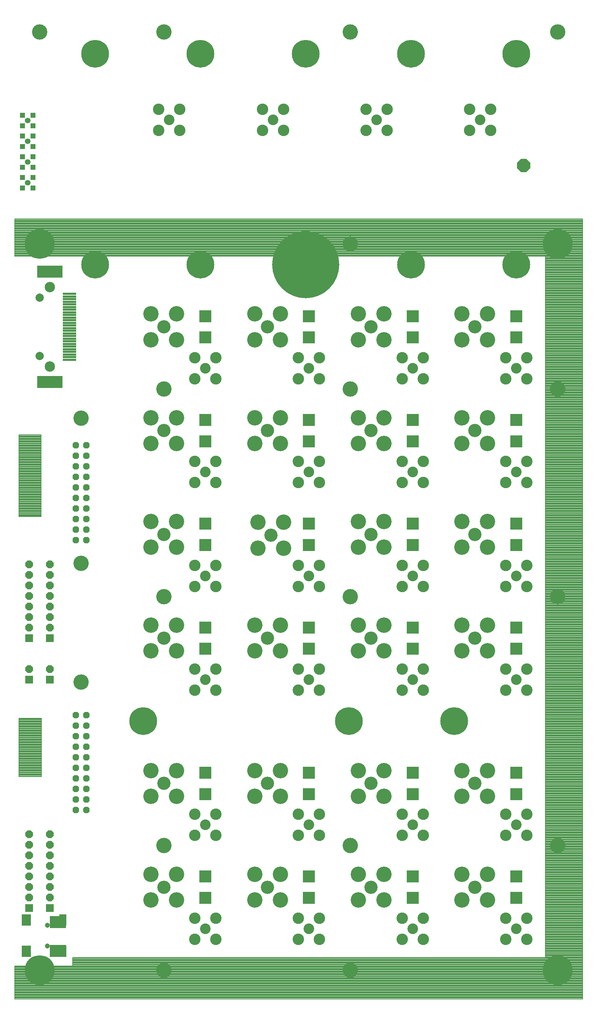
<source format=gbs>
G75*
%MOIN*%
%OFA0B0*%
%FSLAX25Y25*%
%IPPOS*%
%LPD*%
%AMOC8*
5,1,8,0,0,1.08239X$1,22.5*
%
%ADD10C,0.14580*%
%ADD11C,0.00787*%
%ADD12C,0.26391*%
%ADD13R,0.15748X0.11811*%
%ADD14C,0.07887*%
%ADD15C,0.09855*%
%ADD16R,0.24422X0.11824*%
%ADD17R,0.12611X0.02119*%
%ADD18C,0.12611*%
%ADD19C,0.14643*%
%ADD20C,0.10100*%
%ADD21C,0.10850*%
%ADD22OC8,0.07296*%
%ADD23R,0.07296X0.07296*%
%ADD24OC8,0.06200*%
%ADD25R,0.11627X0.11469*%
%ADD26R,0.08674X0.10643*%
%ADD27R,0.06706X0.10643*%
%ADD28C,0.04737*%
%ADD29C,0.05328*%
%ADD30R,0.04737X0.04737*%
%ADD31OC8,0.12611*%
%ADD32C,0.28359*%
%ADD33C,0.63792*%
D10*
X0166854Y0040870D03*
X0166854Y0158980D03*
X0088114Y0314197D03*
X0088114Y0426697D03*
X0166854Y0395201D03*
X0088114Y0564492D03*
X0166854Y0592051D03*
X0344020Y0592051D03*
X0344020Y0729846D03*
X0344020Y0930634D03*
X0166854Y0930634D03*
X0048744Y0930634D03*
X0344020Y0395201D03*
X0344020Y0158980D03*
X0344020Y0040870D03*
X0540870Y0158980D03*
X0540870Y0395201D03*
X0540870Y0592051D03*
X0540870Y0930634D03*
D11*
X0025122Y0044807D02*
X0025122Y0013311D01*
X0564492Y0013311D01*
X0564492Y0753469D01*
X0025122Y0753469D01*
X0025122Y0718035D01*
X0529059Y0718035D01*
X0529059Y0052681D01*
X0080240Y0052681D01*
X0080240Y0044807D01*
X0025122Y0044807D01*
X0025122Y0044161D02*
X0564492Y0044161D01*
X0564492Y0043375D02*
X0025122Y0043375D01*
X0025122Y0042590D02*
X0564492Y0042590D01*
X0564492Y0041804D02*
X0025122Y0041804D01*
X0025122Y0041018D02*
X0564492Y0041018D01*
X0564492Y0040232D02*
X0025122Y0040232D01*
X0025122Y0039446D02*
X0564492Y0039446D01*
X0564492Y0038660D02*
X0025122Y0038660D01*
X0025122Y0037874D02*
X0564492Y0037874D01*
X0564492Y0037088D02*
X0025122Y0037088D01*
X0025122Y0036302D02*
X0564492Y0036302D01*
X0564492Y0035516D02*
X0025122Y0035516D01*
X0025122Y0034730D02*
X0564492Y0034730D01*
X0564492Y0033944D02*
X0025122Y0033944D01*
X0025122Y0033159D02*
X0564492Y0033159D01*
X0564492Y0032373D02*
X0025122Y0032373D01*
X0025122Y0031587D02*
X0564492Y0031587D01*
X0564492Y0030801D02*
X0025122Y0030801D01*
X0025122Y0030015D02*
X0564492Y0030015D01*
X0564492Y0029229D02*
X0025122Y0029229D01*
X0025122Y0028443D02*
X0564492Y0028443D01*
X0564492Y0027657D02*
X0025122Y0027657D01*
X0025122Y0026871D02*
X0564492Y0026871D01*
X0564492Y0026085D02*
X0025122Y0026085D01*
X0025122Y0025299D02*
X0564492Y0025299D01*
X0564492Y0024514D02*
X0025122Y0024514D01*
X0025122Y0023728D02*
X0564492Y0023728D01*
X0564492Y0022942D02*
X0025122Y0022942D01*
X0025122Y0022156D02*
X0564492Y0022156D01*
X0564492Y0021370D02*
X0025122Y0021370D01*
X0025122Y0020584D02*
X0564492Y0020584D01*
X0564492Y0019798D02*
X0025122Y0019798D01*
X0025122Y0019012D02*
X0564492Y0019012D01*
X0564492Y0018226D02*
X0025122Y0018226D01*
X0025122Y0017440D02*
X0564492Y0017440D01*
X0564492Y0016654D02*
X0025122Y0016654D01*
X0025122Y0015868D02*
X0564492Y0015868D01*
X0564492Y0015083D02*
X0025122Y0015083D01*
X0025122Y0014297D02*
X0564492Y0014297D01*
X0564492Y0013511D02*
X0025122Y0013511D01*
X0080240Y0044947D02*
X0564492Y0044947D01*
X0564492Y0045733D02*
X0080240Y0045733D01*
X0080240Y0046519D02*
X0564492Y0046519D01*
X0564492Y0047305D02*
X0080240Y0047305D01*
X0080240Y0048091D02*
X0564492Y0048091D01*
X0564492Y0048877D02*
X0080240Y0048877D01*
X0080240Y0049663D02*
X0564492Y0049663D01*
X0564492Y0050449D02*
X0080240Y0050449D01*
X0080240Y0051235D02*
X0564492Y0051235D01*
X0564492Y0052020D02*
X0080240Y0052020D01*
X0050713Y0224335D02*
X0029059Y0224335D01*
X0029059Y0279846D01*
X0050713Y0279846D01*
X0050713Y0224335D01*
X0050713Y0224921D02*
X0029059Y0224921D01*
X0029059Y0225707D02*
X0050713Y0225707D01*
X0050713Y0226493D02*
X0029059Y0226493D01*
X0029059Y0227279D02*
X0050713Y0227279D01*
X0050713Y0228065D02*
X0029059Y0228065D01*
X0029059Y0228851D02*
X0050713Y0228851D01*
X0050713Y0229637D02*
X0029059Y0229637D01*
X0029059Y0230423D02*
X0050713Y0230423D01*
X0050713Y0231209D02*
X0029059Y0231209D01*
X0029059Y0231995D02*
X0050713Y0231995D01*
X0050713Y0232780D02*
X0029059Y0232780D01*
X0029059Y0233566D02*
X0050713Y0233566D01*
X0050713Y0234352D02*
X0029059Y0234352D01*
X0029059Y0235138D02*
X0050713Y0235138D01*
X0050713Y0235924D02*
X0029059Y0235924D01*
X0029059Y0236710D02*
X0050713Y0236710D01*
X0050713Y0237496D02*
X0029059Y0237496D01*
X0029059Y0238282D02*
X0050713Y0238282D01*
X0050713Y0239068D02*
X0029059Y0239068D01*
X0029059Y0239854D02*
X0050713Y0239854D01*
X0050713Y0240640D02*
X0029059Y0240640D01*
X0029059Y0241425D02*
X0050713Y0241425D01*
X0050713Y0242211D02*
X0029059Y0242211D01*
X0029059Y0242997D02*
X0050713Y0242997D01*
X0050713Y0243783D02*
X0029059Y0243783D01*
X0029059Y0244569D02*
X0050713Y0244569D01*
X0050713Y0245355D02*
X0029059Y0245355D01*
X0029059Y0246141D02*
X0050713Y0246141D01*
X0050713Y0246927D02*
X0029059Y0246927D01*
X0029059Y0247713D02*
X0050713Y0247713D01*
X0050713Y0248499D02*
X0029059Y0248499D01*
X0029059Y0249285D02*
X0050713Y0249285D01*
X0050713Y0250071D02*
X0029059Y0250071D01*
X0029059Y0250856D02*
X0050713Y0250856D01*
X0050713Y0251642D02*
X0029059Y0251642D01*
X0029059Y0252428D02*
X0050713Y0252428D01*
X0050713Y0253214D02*
X0029059Y0253214D01*
X0029059Y0254000D02*
X0050713Y0254000D01*
X0050713Y0254786D02*
X0029059Y0254786D01*
X0029059Y0255572D02*
X0050713Y0255572D01*
X0050713Y0256358D02*
X0029059Y0256358D01*
X0029059Y0257144D02*
X0050713Y0257144D01*
X0050713Y0257930D02*
X0029059Y0257930D01*
X0029059Y0258716D02*
X0050713Y0258716D01*
X0050713Y0259501D02*
X0029059Y0259501D01*
X0029059Y0260287D02*
X0050713Y0260287D01*
X0050713Y0261073D02*
X0029059Y0261073D01*
X0029059Y0261859D02*
X0050713Y0261859D01*
X0050713Y0262645D02*
X0029059Y0262645D01*
X0029059Y0263431D02*
X0050713Y0263431D01*
X0050713Y0264217D02*
X0029059Y0264217D01*
X0029059Y0265003D02*
X0050713Y0265003D01*
X0050713Y0265789D02*
X0029059Y0265789D01*
X0029059Y0266575D02*
X0050713Y0266575D01*
X0050713Y0267361D02*
X0029059Y0267361D01*
X0029059Y0268147D02*
X0050713Y0268147D01*
X0050713Y0268932D02*
X0029059Y0268932D01*
X0029059Y0269718D02*
X0050713Y0269718D01*
X0050713Y0270504D02*
X0029059Y0270504D01*
X0029059Y0271290D02*
X0050713Y0271290D01*
X0050713Y0272076D02*
X0029059Y0272076D01*
X0029059Y0272862D02*
X0050713Y0272862D01*
X0050713Y0273648D02*
X0029059Y0273648D01*
X0029059Y0274434D02*
X0050713Y0274434D01*
X0050713Y0275220D02*
X0029059Y0275220D01*
X0029059Y0276006D02*
X0050713Y0276006D01*
X0050713Y0276792D02*
X0029059Y0276792D01*
X0029059Y0277577D02*
X0050713Y0277577D01*
X0050713Y0278363D02*
X0029059Y0278363D01*
X0029059Y0279149D02*
X0050713Y0279149D01*
X0050319Y0471185D02*
X0029059Y0471185D01*
X0029059Y0548744D01*
X0050319Y0548744D01*
X0050319Y0471185D01*
X0050319Y0471698D02*
X0029059Y0471698D01*
X0029059Y0472484D02*
X0050319Y0472484D01*
X0050319Y0473270D02*
X0029059Y0473270D01*
X0029059Y0474056D02*
X0050319Y0474056D01*
X0050319Y0474842D02*
X0029059Y0474842D01*
X0029059Y0475628D02*
X0050319Y0475628D01*
X0050319Y0476413D02*
X0029059Y0476413D01*
X0029059Y0477199D02*
X0050319Y0477199D01*
X0050319Y0477985D02*
X0029059Y0477985D01*
X0029059Y0478771D02*
X0050319Y0478771D01*
X0050319Y0479557D02*
X0029059Y0479557D01*
X0029059Y0480343D02*
X0050319Y0480343D01*
X0050319Y0481129D02*
X0029059Y0481129D01*
X0029059Y0481915D02*
X0050319Y0481915D01*
X0050319Y0482701D02*
X0029059Y0482701D01*
X0029059Y0483487D02*
X0050319Y0483487D01*
X0050319Y0484273D02*
X0029059Y0484273D01*
X0029059Y0485058D02*
X0050319Y0485058D01*
X0050319Y0485844D02*
X0029059Y0485844D01*
X0029059Y0486630D02*
X0050319Y0486630D01*
X0050319Y0487416D02*
X0029059Y0487416D01*
X0029059Y0488202D02*
X0050319Y0488202D01*
X0050319Y0488988D02*
X0029059Y0488988D01*
X0029059Y0489774D02*
X0050319Y0489774D01*
X0050319Y0490560D02*
X0029059Y0490560D01*
X0029059Y0491346D02*
X0050319Y0491346D01*
X0050319Y0492132D02*
X0029059Y0492132D01*
X0029059Y0492918D02*
X0050319Y0492918D01*
X0050319Y0493704D02*
X0029059Y0493704D01*
X0029059Y0494489D02*
X0050319Y0494489D01*
X0050319Y0495275D02*
X0029059Y0495275D01*
X0029059Y0496061D02*
X0050319Y0496061D01*
X0050319Y0496847D02*
X0029059Y0496847D01*
X0029059Y0497633D02*
X0050319Y0497633D01*
X0050319Y0498419D02*
X0029059Y0498419D01*
X0029059Y0499205D02*
X0050319Y0499205D01*
X0050319Y0499991D02*
X0029059Y0499991D01*
X0029059Y0500777D02*
X0050319Y0500777D01*
X0050319Y0501563D02*
X0029059Y0501563D01*
X0029059Y0502349D02*
X0050319Y0502349D01*
X0050319Y0503134D02*
X0029059Y0503134D01*
X0029059Y0503920D02*
X0050319Y0503920D01*
X0050319Y0504706D02*
X0029059Y0504706D01*
X0029059Y0505492D02*
X0050319Y0505492D01*
X0050319Y0506278D02*
X0029059Y0506278D01*
X0029059Y0507064D02*
X0050319Y0507064D01*
X0050319Y0507850D02*
X0029059Y0507850D01*
X0029059Y0508636D02*
X0050319Y0508636D01*
X0050319Y0509422D02*
X0029059Y0509422D01*
X0029059Y0510208D02*
X0050319Y0510208D01*
X0050319Y0510994D02*
X0029059Y0510994D01*
X0029059Y0511780D02*
X0050319Y0511780D01*
X0050319Y0512565D02*
X0029059Y0512565D01*
X0029059Y0513351D02*
X0050319Y0513351D01*
X0050319Y0514137D02*
X0029059Y0514137D01*
X0029059Y0514923D02*
X0050319Y0514923D01*
X0050319Y0515709D02*
X0029059Y0515709D01*
X0029059Y0516495D02*
X0050319Y0516495D01*
X0050319Y0517281D02*
X0029059Y0517281D01*
X0029059Y0518067D02*
X0050319Y0518067D01*
X0050319Y0518853D02*
X0029059Y0518853D01*
X0029059Y0519639D02*
X0050319Y0519639D01*
X0050319Y0520425D02*
X0029059Y0520425D01*
X0029059Y0521210D02*
X0050319Y0521210D01*
X0050319Y0521996D02*
X0029059Y0521996D01*
X0029059Y0522782D02*
X0050319Y0522782D01*
X0050319Y0523568D02*
X0029059Y0523568D01*
X0029059Y0524354D02*
X0050319Y0524354D01*
X0050319Y0525140D02*
X0029059Y0525140D01*
X0029059Y0525926D02*
X0050319Y0525926D01*
X0050319Y0526712D02*
X0029059Y0526712D01*
X0029059Y0527498D02*
X0050319Y0527498D01*
X0050319Y0528284D02*
X0029059Y0528284D01*
X0029059Y0529070D02*
X0050319Y0529070D01*
X0050319Y0529855D02*
X0029059Y0529855D01*
X0029059Y0530641D02*
X0050319Y0530641D01*
X0050319Y0531427D02*
X0029059Y0531427D01*
X0029059Y0532213D02*
X0050319Y0532213D01*
X0050319Y0532999D02*
X0029059Y0532999D01*
X0029059Y0533785D02*
X0050319Y0533785D01*
X0050319Y0534571D02*
X0029059Y0534571D01*
X0029059Y0535357D02*
X0050319Y0535357D01*
X0050319Y0536143D02*
X0029059Y0536143D01*
X0029059Y0536929D02*
X0050319Y0536929D01*
X0050319Y0537715D02*
X0029059Y0537715D01*
X0029059Y0538501D02*
X0050319Y0538501D01*
X0050319Y0539286D02*
X0029059Y0539286D01*
X0029059Y0540072D02*
X0050319Y0540072D01*
X0050319Y0540858D02*
X0029059Y0540858D01*
X0029059Y0541644D02*
X0050319Y0541644D01*
X0050319Y0542430D02*
X0029059Y0542430D01*
X0029059Y0543216D02*
X0050319Y0543216D01*
X0050319Y0544002D02*
X0029059Y0544002D01*
X0029059Y0544788D02*
X0050319Y0544788D01*
X0050319Y0545574D02*
X0029059Y0545574D01*
X0029059Y0546360D02*
X0050319Y0546360D01*
X0050319Y0547146D02*
X0029059Y0547146D01*
X0029059Y0547931D02*
X0050319Y0547931D01*
X0050319Y0548717D02*
X0029059Y0548717D01*
X0025122Y0718475D02*
X0564492Y0718475D01*
X0564492Y0719261D02*
X0025122Y0719261D01*
X0025122Y0720046D02*
X0564492Y0720046D01*
X0564492Y0720832D02*
X0025122Y0720832D01*
X0025122Y0721618D02*
X0564492Y0721618D01*
X0564492Y0722404D02*
X0025122Y0722404D01*
X0025122Y0723190D02*
X0564492Y0723190D01*
X0564492Y0723976D02*
X0025122Y0723976D01*
X0025122Y0724762D02*
X0564492Y0724762D01*
X0564492Y0725548D02*
X0025122Y0725548D01*
X0025122Y0726334D02*
X0564492Y0726334D01*
X0564492Y0727120D02*
X0025122Y0727120D01*
X0025122Y0727906D02*
X0564492Y0727906D01*
X0564492Y0728691D02*
X0025122Y0728691D01*
X0025122Y0729477D02*
X0564492Y0729477D01*
X0564492Y0730263D02*
X0025122Y0730263D01*
X0025122Y0731049D02*
X0564492Y0731049D01*
X0564492Y0731835D02*
X0025122Y0731835D01*
X0025122Y0732621D02*
X0564492Y0732621D01*
X0564492Y0733407D02*
X0025122Y0733407D01*
X0025122Y0734193D02*
X0564492Y0734193D01*
X0564492Y0734979D02*
X0025122Y0734979D01*
X0025122Y0735765D02*
X0564492Y0735765D01*
X0564492Y0736551D02*
X0025122Y0736551D01*
X0025122Y0737337D02*
X0564492Y0737337D01*
X0564492Y0738122D02*
X0025122Y0738122D01*
X0025122Y0738908D02*
X0564492Y0738908D01*
X0564492Y0739694D02*
X0025122Y0739694D01*
X0025122Y0740480D02*
X0564492Y0740480D01*
X0564492Y0741266D02*
X0025122Y0741266D01*
X0025122Y0742052D02*
X0564492Y0742052D01*
X0564492Y0742838D02*
X0025122Y0742838D01*
X0025122Y0743624D02*
X0564492Y0743624D01*
X0564492Y0744410D02*
X0025122Y0744410D01*
X0025122Y0745196D02*
X0564492Y0745196D01*
X0564492Y0745982D02*
X0025122Y0745982D01*
X0025122Y0746767D02*
X0564492Y0746767D01*
X0564492Y0747553D02*
X0025122Y0747553D01*
X0025122Y0748339D02*
X0564492Y0748339D01*
X0564492Y0749125D02*
X0025122Y0749125D01*
X0025122Y0749911D02*
X0564492Y0749911D01*
X0564492Y0750697D02*
X0025122Y0750697D01*
X0025122Y0751483D02*
X0564492Y0751483D01*
X0564492Y0752269D02*
X0025122Y0752269D01*
X0025122Y0753055D02*
X0564492Y0753055D01*
X0564492Y0717689D02*
X0529059Y0717689D01*
X0529059Y0716903D02*
X0564492Y0716903D01*
X0564492Y0716117D02*
X0529059Y0716117D01*
X0529059Y0715331D02*
X0564492Y0715331D01*
X0564492Y0714545D02*
X0529059Y0714545D01*
X0529059Y0713759D02*
X0564492Y0713759D01*
X0564492Y0712973D02*
X0529059Y0712973D01*
X0529059Y0712187D02*
X0564492Y0712187D01*
X0564492Y0711401D02*
X0529059Y0711401D01*
X0529059Y0710615D02*
X0564492Y0710615D01*
X0564492Y0709830D02*
X0529059Y0709830D01*
X0529059Y0709044D02*
X0564492Y0709044D01*
X0564492Y0708258D02*
X0529059Y0708258D01*
X0529059Y0707472D02*
X0564492Y0707472D01*
X0564492Y0706686D02*
X0529059Y0706686D01*
X0529059Y0705900D02*
X0564492Y0705900D01*
X0564492Y0705114D02*
X0529059Y0705114D01*
X0529059Y0704328D02*
X0564492Y0704328D01*
X0564492Y0703542D02*
X0529059Y0703542D01*
X0529059Y0702756D02*
X0564492Y0702756D01*
X0564492Y0701970D02*
X0529059Y0701970D01*
X0529059Y0701185D02*
X0564492Y0701185D01*
X0564492Y0700399D02*
X0529059Y0700399D01*
X0529059Y0699613D02*
X0564492Y0699613D01*
X0564492Y0698827D02*
X0529059Y0698827D01*
X0529059Y0698041D02*
X0564492Y0698041D01*
X0564492Y0697255D02*
X0529059Y0697255D01*
X0529059Y0696469D02*
X0564492Y0696469D01*
X0564492Y0695683D02*
X0529059Y0695683D01*
X0529059Y0694897D02*
X0564492Y0694897D01*
X0564492Y0694111D02*
X0529059Y0694111D01*
X0529059Y0693325D02*
X0564492Y0693325D01*
X0564492Y0692539D02*
X0529059Y0692539D01*
X0529059Y0691754D02*
X0564492Y0691754D01*
X0564492Y0690968D02*
X0529059Y0690968D01*
X0529059Y0690182D02*
X0564492Y0690182D01*
X0564492Y0689396D02*
X0529059Y0689396D01*
X0529059Y0688610D02*
X0564492Y0688610D01*
X0564492Y0687824D02*
X0529059Y0687824D01*
X0529059Y0687038D02*
X0564492Y0687038D01*
X0564492Y0686252D02*
X0529059Y0686252D01*
X0529059Y0685466D02*
X0564492Y0685466D01*
X0564492Y0684680D02*
X0529059Y0684680D01*
X0529059Y0683894D02*
X0564492Y0683894D01*
X0564492Y0683109D02*
X0529059Y0683109D01*
X0529059Y0682323D02*
X0564492Y0682323D01*
X0564492Y0681537D02*
X0529059Y0681537D01*
X0529059Y0680751D02*
X0564492Y0680751D01*
X0564492Y0679965D02*
X0529059Y0679965D01*
X0529059Y0679179D02*
X0564492Y0679179D01*
X0564492Y0678393D02*
X0529059Y0678393D01*
X0529059Y0677607D02*
X0564492Y0677607D01*
X0564492Y0676821D02*
X0529059Y0676821D01*
X0529059Y0676035D02*
X0564492Y0676035D01*
X0564492Y0675249D02*
X0529059Y0675249D01*
X0529059Y0674463D02*
X0564492Y0674463D01*
X0564492Y0673678D02*
X0529059Y0673678D01*
X0529059Y0672892D02*
X0564492Y0672892D01*
X0564492Y0672106D02*
X0529059Y0672106D01*
X0529059Y0671320D02*
X0564492Y0671320D01*
X0564492Y0670534D02*
X0529059Y0670534D01*
X0529059Y0669748D02*
X0564492Y0669748D01*
X0564492Y0668962D02*
X0529059Y0668962D01*
X0529059Y0668176D02*
X0564492Y0668176D01*
X0564492Y0667390D02*
X0529059Y0667390D01*
X0529059Y0666604D02*
X0564492Y0666604D01*
X0564492Y0665818D02*
X0529059Y0665818D01*
X0529059Y0665033D02*
X0564492Y0665033D01*
X0564492Y0664247D02*
X0529059Y0664247D01*
X0529059Y0663461D02*
X0564492Y0663461D01*
X0564492Y0662675D02*
X0529059Y0662675D01*
X0529059Y0661889D02*
X0564492Y0661889D01*
X0564492Y0661103D02*
X0529059Y0661103D01*
X0529059Y0660317D02*
X0564492Y0660317D01*
X0564492Y0659531D02*
X0529059Y0659531D01*
X0529059Y0658745D02*
X0564492Y0658745D01*
X0564492Y0657959D02*
X0529059Y0657959D01*
X0529059Y0657173D02*
X0564492Y0657173D01*
X0564492Y0656387D02*
X0529059Y0656387D01*
X0529059Y0655602D02*
X0564492Y0655602D01*
X0564492Y0654816D02*
X0529059Y0654816D01*
X0529059Y0654030D02*
X0564492Y0654030D01*
X0564492Y0653244D02*
X0529059Y0653244D01*
X0529059Y0652458D02*
X0564492Y0652458D01*
X0564492Y0651672D02*
X0529059Y0651672D01*
X0529059Y0650886D02*
X0564492Y0650886D01*
X0564492Y0650100D02*
X0529059Y0650100D01*
X0529059Y0649314D02*
X0564492Y0649314D01*
X0564492Y0648528D02*
X0529059Y0648528D01*
X0529059Y0647742D02*
X0564492Y0647742D01*
X0564492Y0646957D02*
X0529059Y0646957D01*
X0529059Y0646171D02*
X0564492Y0646171D01*
X0564492Y0645385D02*
X0529059Y0645385D01*
X0529059Y0644599D02*
X0564492Y0644599D01*
X0564492Y0643813D02*
X0529059Y0643813D01*
X0529059Y0643027D02*
X0564492Y0643027D01*
X0564492Y0642241D02*
X0529059Y0642241D01*
X0529059Y0641455D02*
X0564492Y0641455D01*
X0564492Y0640669D02*
X0529059Y0640669D01*
X0529059Y0639883D02*
X0564492Y0639883D01*
X0564492Y0639097D02*
X0529059Y0639097D01*
X0529059Y0638311D02*
X0564492Y0638311D01*
X0564492Y0637526D02*
X0529059Y0637526D01*
X0529059Y0636740D02*
X0564492Y0636740D01*
X0564492Y0635954D02*
X0529059Y0635954D01*
X0529059Y0635168D02*
X0564492Y0635168D01*
X0564492Y0634382D02*
X0529059Y0634382D01*
X0529059Y0633596D02*
X0564492Y0633596D01*
X0564492Y0632810D02*
X0529059Y0632810D01*
X0529059Y0632024D02*
X0564492Y0632024D01*
X0564492Y0631238D02*
X0529059Y0631238D01*
X0529059Y0630452D02*
X0564492Y0630452D01*
X0564492Y0629666D02*
X0529059Y0629666D01*
X0529059Y0628881D02*
X0564492Y0628881D01*
X0564492Y0628095D02*
X0529059Y0628095D01*
X0529059Y0627309D02*
X0564492Y0627309D01*
X0564492Y0626523D02*
X0529059Y0626523D01*
X0529059Y0625737D02*
X0564492Y0625737D01*
X0564492Y0624951D02*
X0529059Y0624951D01*
X0529059Y0624165D02*
X0564492Y0624165D01*
X0564492Y0623379D02*
X0529059Y0623379D01*
X0529059Y0622593D02*
X0564492Y0622593D01*
X0564492Y0621807D02*
X0529059Y0621807D01*
X0529059Y0621021D02*
X0564492Y0621021D01*
X0564492Y0620235D02*
X0529059Y0620235D01*
X0529059Y0619450D02*
X0564492Y0619450D01*
X0564492Y0618664D02*
X0529059Y0618664D01*
X0529059Y0617878D02*
X0564492Y0617878D01*
X0564492Y0617092D02*
X0529059Y0617092D01*
X0529059Y0616306D02*
X0564492Y0616306D01*
X0564492Y0615520D02*
X0529059Y0615520D01*
X0529059Y0614734D02*
X0564492Y0614734D01*
X0564492Y0613948D02*
X0529059Y0613948D01*
X0529059Y0613162D02*
X0564492Y0613162D01*
X0564492Y0612376D02*
X0529059Y0612376D01*
X0529059Y0611590D02*
X0564492Y0611590D01*
X0564492Y0610805D02*
X0529059Y0610805D01*
X0529059Y0610019D02*
X0564492Y0610019D01*
X0564492Y0609233D02*
X0529059Y0609233D01*
X0529059Y0608447D02*
X0564492Y0608447D01*
X0564492Y0607661D02*
X0529059Y0607661D01*
X0529059Y0606875D02*
X0564492Y0606875D01*
X0564492Y0606089D02*
X0529059Y0606089D01*
X0529059Y0605303D02*
X0564492Y0605303D01*
X0564492Y0604517D02*
X0529059Y0604517D01*
X0529059Y0603731D02*
X0564492Y0603731D01*
X0564492Y0602945D02*
X0529059Y0602945D01*
X0529059Y0602159D02*
X0564492Y0602159D01*
X0564492Y0601374D02*
X0529059Y0601374D01*
X0529059Y0600588D02*
X0564492Y0600588D01*
X0564492Y0599802D02*
X0529059Y0599802D01*
X0529059Y0599016D02*
X0564492Y0599016D01*
X0564492Y0598230D02*
X0529059Y0598230D01*
X0529059Y0597444D02*
X0564492Y0597444D01*
X0564492Y0596658D02*
X0529059Y0596658D01*
X0529059Y0595872D02*
X0564492Y0595872D01*
X0564492Y0595086D02*
X0529059Y0595086D01*
X0529059Y0594300D02*
X0564492Y0594300D01*
X0564492Y0593514D02*
X0529059Y0593514D01*
X0529059Y0592729D02*
X0564492Y0592729D01*
X0564492Y0591943D02*
X0529059Y0591943D01*
X0529059Y0591157D02*
X0564492Y0591157D01*
X0564492Y0590371D02*
X0529059Y0590371D01*
X0529059Y0589585D02*
X0564492Y0589585D01*
X0564492Y0588799D02*
X0529059Y0588799D01*
X0529059Y0588013D02*
X0564492Y0588013D01*
X0564492Y0587227D02*
X0529059Y0587227D01*
X0529059Y0586441D02*
X0564492Y0586441D01*
X0564492Y0585655D02*
X0529059Y0585655D01*
X0529059Y0584869D02*
X0564492Y0584869D01*
X0564492Y0584083D02*
X0529059Y0584083D01*
X0529059Y0583298D02*
X0564492Y0583298D01*
X0564492Y0582512D02*
X0529059Y0582512D01*
X0529059Y0581726D02*
X0564492Y0581726D01*
X0564492Y0580940D02*
X0529059Y0580940D01*
X0529059Y0580154D02*
X0564492Y0580154D01*
X0564492Y0579368D02*
X0529059Y0579368D01*
X0529059Y0578582D02*
X0564492Y0578582D01*
X0564492Y0577796D02*
X0529059Y0577796D01*
X0529059Y0577010D02*
X0564492Y0577010D01*
X0564492Y0576224D02*
X0529059Y0576224D01*
X0529059Y0575438D02*
X0564492Y0575438D01*
X0564492Y0574653D02*
X0529059Y0574653D01*
X0529059Y0573867D02*
X0564492Y0573867D01*
X0564492Y0573081D02*
X0529059Y0573081D01*
X0529059Y0572295D02*
X0564492Y0572295D01*
X0564492Y0571509D02*
X0529059Y0571509D01*
X0529059Y0570723D02*
X0564492Y0570723D01*
X0564492Y0569937D02*
X0529059Y0569937D01*
X0529059Y0569151D02*
X0564492Y0569151D01*
X0564492Y0568365D02*
X0529059Y0568365D01*
X0529059Y0567579D02*
X0564492Y0567579D01*
X0564492Y0566793D02*
X0529059Y0566793D01*
X0529059Y0566007D02*
X0564492Y0566007D01*
X0564492Y0565222D02*
X0529059Y0565222D01*
X0529059Y0564436D02*
X0564492Y0564436D01*
X0564492Y0563650D02*
X0529059Y0563650D01*
X0529059Y0562864D02*
X0564492Y0562864D01*
X0564492Y0562078D02*
X0529059Y0562078D01*
X0529059Y0561292D02*
X0564492Y0561292D01*
X0564492Y0560506D02*
X0529059Y0560506D01*
X0529059Y0559720D02*
X0564492Y0559720D01*
X0564492Y0558934D02*
X0529059Y0558934D01*
X0529059Y0558148D02*
X0564492Y0558148D01*
X0564492Y0557362D02*
X0529059Y0557362D01*
X0529059Y0556577D02*
X0564492Y0556577D01*
X0564492Y0555791D02*
X0529059Y0555791D01*
X0529059Y0555005D02*
X0564492Y0555005D01*
X0564492Y0554219D02*
X0529059Y0554219D01*
X0529059Y0553433D02*
X0564492Y0553433D01*
X0564492Y0552647D02*
X0529059Y0552647D01*
X0529059Y0551861D02*
X0564492Y0551861D01*
X0564492Y0551075D02*
X0529059Y0551075D01*
X0529059Y0550289D02*
X0564492Y0550289D01*
X0564492Y0549503D02*
X0529059Y0549503D01*
X0529059Y0548717D02*
X0564492Y0548717D01*
X0564492Y0547931D02*
X0529059Y0547931D01*
X0529059Y0547146D02*
X0564492Y0547146D01*
X0564492Y0546360D02*
X0529059Y0546360D01*
X0529059Y0545574D02*
X0564492Y0545574D01*
X0564492Y0544788D02*
X0529059Y0544788D01*
X0529059Y0544002D02*
X0564492Y0544002D01*
X0564492Y0543216D02*
X0529059Y0543216D01*
X0529059Y0542430D02*
X0564492Y0542430D01*
X0564492Y0541644D02*
X0529059Y0541644D01*
X0529059Y0540858D02*
X0564492Y0540858D01*
X0564492Y0540072D02*
X0529059Y0540072D01*
X0529059Y0539286D02*
X0564492Y0539286D01*
X0564492Y0538501D02*
X0529059Y0538501D01*
X0529059Y0537715D02*
X0564492Y0537715D01*
X0564492Y0536929D02*
X0529059Y0536929D01*
X0529059Y0536143D02*
X0564492Y0536143D01*
X0564492Y0535357D02*
X0529059Y0535357D01*
X0529059Y0534571D02*
X0564492Y0534571D01*
X0564492Y0533785D02*
X0529059Y0533785D01*
X0529059Y0532999D02*
X0564492Y0532999D01*
X0564492Y0532213D02*
X0529059Y0532213D01*
X0529059Y0531427D02*
X0564492Y0531427D01*
X0564492Y0530641D02*
X0529059Y0530641D01*
X0529059Y0529855D02*
X0564492Y0529855D01*
X0564492Y0529070D02*
X0529059Y0529070D01*
X0529059Y0528284D02*
X0564492Y0528284D01*
X0564492Y0527498D02*
X0529059Y0527498D01*
X0529059Y0526712D02*
X0564492Y0526712D01*
X0564492Y0525926D02*
X0529059Y0525926D01*
X0529059Y0525140D02*
X0564492Y0525140D01*
X0564492Y0524354D02*
X0529059Y0524354D01*
X0529059Y0523568D02*
X0564492Y0523568D01*
X0564492Y0522782D02*
X0529059Y0522782D01*
X0529059Y0521996D02*
X0564492Y0521996D01*
X0564492Y0521210D02*
X0529059Y0521210D01*
X0529059Y0520425D02*
X0564492Y0520425D01*
X0564492Y0519639D02*
X0529059Y0519639D01*
X0529059Y0518853D02*
X0564492Y0518853D01*
X0564492Y0518067D02*
X0529059Y0518067D01*
X0529059Y0517281D02*
X0564492Y0517281D01*
X0564492Y0516495D02*
X0529059Y0516495D01*
X0529059Y0515709D02*
X0564492Y0515709D01*
X0564492Y0514923D02*
X0529059Y0514923D01*
X0529059Y0514137D02*
X0564492Y0514137D01*
X0564492Y0513351D02*
X0529059Y0513351D01*
X0529059Y0512565D02*
X0564492Y0512565D01*
X0564492Y0511780D02*
X0529059Y0511780D01*
X0529059Y0510994D02*
X0564492Y0510994D01*
X0564492Y0510208D02*
X0529059Y0510208D01*
X0529059Y0509422D02*
X0564492Y0509422D01*
X0564492Y0508636D02*
X0529059Y0508636D01*
X0529059Y0507850D02*
X0564492Y0507850D01*
X0564492Y0507064D02*
X0529059Y0507064D01*
X0529059Y0506278D02*
X0564492Y0506278D01*
X0564492Y0505492D02*
X0529059Y0505492D01*
X0529059Y0504706D02*
X0564492Y0504706D01*
X0564492Y0503920D02*
X0529059Y0503920D01*
X0529059Y0503134D02*
X0564492Y0503134D01*
X0564492Y0502349D02*
X0529059Y0502349D01*
X0529059Y0501563D02*
X0564492Y0501563D01*
X0564492Y0500777D02*
X0529059Y0500777D01*
X0529059Y0499991D02*
X0564492Y0499991D01*
X0564492Y0499205D02*
X0529059Y0499205D01*
X0529059Y0498419D02*
X0564492Y0498419D01*
X0564492Y0497633D02*
X0529059Y0497633D01*
X0529059Y0496847D02*
X0564492Y0496847D01*
X0564492Y0496061D02*
X0529059Y0496061D01*
X0529059Y0495275D02*
X0564492Y0495275D01*
X0564492Y0494489D02*
X0529059Y0494489D01*
X0529059Y0493704D02*
X0564492Y0493704D01*
X0564492Y0492918D02*
X0529059Y0492918D01*
X0529059Y0492132D02*
X0564492Y0492132D01*
X0564492Y0491346D02*
X0529059Y0491346D01*
X0529059Y0490560D02*
X0564492Y0490560D01*
X0564492Y0489774D02*
X0529059Y0489774D01*
X0529059Y0488988D02*
X0564492Y0488988D01*
X0564492Y0488202D02*
X0529059Y0488202D01*
X0529059Y0487416D02*
X0564492Y0487416D01*
X0564492Y0486630D02*
X0529059Y0486630D01*
X0529059Y0485844D02*
X0564492Y0485844D01*
X0564492Y0485058D02*
X0529059Y0485058D01*
X0529059Y0484273D02*
X0564492Y0484273D01*
X0564492Y0483487D02*
X0529059Y0483487D01*
X0529059Y0482701D02*
X0564492Y0482701D01*
X0564492Y0481915D02*
X0529059Y0481915D01*
X0529059Y0481129D02*
X0564492Y0481129D01*
X0564492Y0480343D02*
X0529059Y0480343D01*
X0529059Y0479557D02*
X0564492Y0479557D01*
X0564492Y0478771D02*
X0529059Y0478771D01*
X0529059Y0477985D02*
X0564492Y0477985D01*
X0564492Y0477199D02*
X0529059Y0477199D01*
X0529059Y0476413D02*
X0564492Y0476413D01*
X0564492Y0475628D02*
X0529059Y0475628D01*
X0529059Y0474842D02*
X0564492Y0474842D01*
X0564492Y0474056D02*
X0529059Y0474056D01*
X0529059Y0473270D02*
X0564492Y0473270D01*
X0564492Y0472484D02*
X0529059Y0472484D01*
X0529059Y0471698D02*
X0564492Y0471698D01*
X0564492Y0470912D02*
X0529059Y0470912D01*
X0529059Y0470126D02*
X0564492Y0470126D01*
X0564492Y0469340D02*
X0529059Y0469340D01*
X0529059Y0468554D02*
X0564492Y0468554D01*
X0564492Y0467768D02*
X0529059Y0467768D01*
X0529059Y0466982D02*
X0564492Y0466982D01*
X0564492Y0466197D02*
X0529059Y0466197D01*
X0529059Y0465411D02*
X0564492Y0465411D01*
X0564492Y0464625D02*
X0529059Y0464625D01*
X0529059Y0463839D02*
X0564492Y0463839D01*
X0564492Y0463053D02*
X0529059Y0463053D01*
X0529059Y0462267D02*
X0564492Y0462267D01*
X0564492Y0461481D02*
X0529059Y0461481D01*
X0529059Y0460695D02*
X0564492Y0460695D01*
X0564492Y0459909D02*
X0529059Y0459909D01*
X0529059Y0459123D02*
X0564492Y0459123D01*
X0564492Y0458337D02*
X0529059Y0458337D01*
X0529059Y0457552D02*
X0564492Y0457552D01*
X0564492Y0456766D02*
X0529059Y0456766D01*
X0529059Y0455980D02*
X0564492Y0455980D01*
X0564492Y0455194D02*
X0529059Y0455194D01*
X0529059Y0454408D02*
X0564492Y0454408D01*
X0564492Y0453622D02*
X0529059Y0453622D01*
X0529059Y0452836D02*
X0564492Y0452836D01*
X0564492Y0452050D02*
X0529059Y0452050D01*
X0529059Y0451264D02*
X0564492Y0451264D01*
X0564492Y0450478D02*
X0529059Y0450478D01*
X0529059Y0449692D02*
X0564492Y0449692D01*
X0564492Y0448906D02*
X0529059Y0448906D01*
X0529059Y0448121D02*
X0564492Y0448121D01*
X0564492Y0447335D02*
X0529059Y0447335D01*
X0529059Y0446549D02*
X0564492Y0446549D01*
X0564492Y0445763D02*
X0529059Y0445763D01*
X0529059Y0444977D02*
X0564492Y0444977D01*
X0564492Y0444191D02*
X0529059Y0444191D01*
X0529059Y0443405D02*
X0564492Y0443405D01*
X0564492Y0442619D02*
X0529059Y0442619D01*
X0529059Y0441833D02*
X0564492Y0441833D01*
X0564492Y0441047D02*
X0529059Y0441047D01*
X0529059Y0440261D02*
X0564492Y0440261D01*
X0564492Y0439476D02*
X0529059Y0439476D01*
X0529059Y0438690D02*
X0564492Y0438690D01*
X0564492Y0437904D02*
X0529059Y0437904D01*
X0529059Y0437118D02*
X0564492Y0437118D01*
X0564492Y0436332D02*
X0529059Y0436332D01*
X0529059Y0435546D02*
X0564492Y0435546D01*
X0564492Y0434760D02*
X0529059Y0434760D01*
X0529059Y0433974D02*
X0564492Y0433974D01*
X0564492Y0433188D02*
X0529059Y0433188D01*
X0529059Y0432402D02*
X0564492Y0432402D01*
X0564492Y0431616D02*
X0529059Y0431616D01*
X0529059Y0430830D02*
X0564492Y0430830D01*
X0564492Y0430045D02*
X0529059Y0430045D01*
X0529059Y0429259D02*
X0564492Y0429259D01*
X0564492Y0428473D02*
X0529059Y0428473D01*
X0529059Y0427687D02*
X0564492Y0427687D01*
X0564492Y0426901D02*
X0529059Y0426901D01*
X0529059Y0426115D02*
X0564492Y0426115D01*
X0564492Y0425329D02*
X0529059Y0425329D01*
X0529059Y0424543D02*
X0564492Y0424543D01*
X0564492Y0423757D02*
X0529059Y0423757D01*
X0529059Y0422971D02*
X0564492Y0422971D01*
X0564492Y0422185D02*
X0529059Y0422185D01*
X0529059Y0421400D02*
X0564492Y0421400D01*
X0564492Y0420614D02*
X0529059Y0420614D01*
X0529059Y0419828D02*
X0564492Y0419828D01*
X0564492Y0419042D02*
X0529059Y0419042D01*
X0529059Y0418256D02*
X0564492Y0418256D01*
X0564492Y0417470D02*
X0529059Y0417470D01*
X0529059Y0416684D02*
X0564492Y0416684D01*
X0564492Y0415898D02*
X0529059Y0415898D01*
X0529059Y0415112D02*
X0564492Y0415112D01*
X0564492Y0414326D02*
X0529059Y0414326D01*
X0529059Y0413540D02*
X0564492Y0413540D01*
X0564492Y0412754D02*
X0529059Y0412754D01*
X0529059Y0411969D02*
X0564492Y0411969D01*
X0564492Y0411183D02*
X0529059Y0411183D01*
X0529059Y0410397D02*
X0564492Y0410397D01*
X0564492Y0409611D02*
X0529059Y0409611D01*
X0529059Y0408825D02*
X0564492Y0408825D01*
X0564492Y0408039D02*
X0529059Y0408039D01*
X0529059Y0407253D02*
X0564492Y0407253D01*
X0564492Y0406467D02*
X0529059Y0406467D01*
X0529059Y0405681D02*
X0564492Y0405681D01*
X0564492Y0404895D02*
X0529059Y0404895D01*
X0529059Y0404109D02*
X0564492Y0404109D01*
X0564492Y0403324D02*
X0529059Y0403324D01*
X0529059Y0402538D02*
X0564492Y0402538D01*
X0564492Y0401752D02*
X0529059Y0401752D01*
X0529059Y0400966D02*
X0564492Y0400966D01*
X0564492Y0400180D02*
X0529059Y0400180D01*
X0529059Y0399394D02*
X0564492Y0399394D01*
X0564492Y0398608D02*
X0529059Y0398608D01*
X0529059Y0397822D02*
X0564492Y0397822D01*
X0564492Y0397036D02*
X0529059Y0397036D01*
X0529059Y0396250D02*
X0564492Y0396250D01*
X0564492Y0395464D02*
X0529059Y0395464D01*
X0529059Y0394678D02*
X0564492Y0394678D01*
X0564492Y0393893D02*
X0529059Y0393893D01*
X0529059Y0393107D02*
X0564492Y0393107D01*
X0564492Y0392321D02*
X0529059Y0392321D01*
X0529059Y0391535D02*
X0564492Y0391535D01*
X0564492Y0390749D02*
X0529059Y0390749D01*
X0529059Y0389963D02*
X0564492Y0389963D01*
X0564492Y0389177D02*
X0529059Y0389177D01*
X0529059Y0388391D02*
X0564492Y0388391D01*
X0564492Y0387605D02*
X0529059Y0387605D01*
X0529059Y0386819D02*
X0564492Y0386819D01*
X0564492Y0386033D02*
X0529059Y0386033D01*
X0529059Y0385248D02*
X0564492Y0385248D01*
X0564492Y0384462D02*
X0529059Y0384462D01*
X0529059Y0383676D02*
X0564492Y0383676D01*
X0564492Y0382890D02*
X0529059Y0382890D01*
X0529059Y0382104D02*
X0564492Y0382104D01*
X0564492Y0381318D02*
X0529059Y0381318D01*
X0529059Y0380532D02*
X0564492Y0380532D01*
X0564492Y0379746D02*
X0529059Y0379746D01*
X0529059Y0378960D02*
X0564492Y0378960D01*
X0564492Y0378174D02*
X0529059Y0378174D01*
X0529059Y0377388D02*
X0564492Y0377388D01*
X0564492Y0376602D02*
X0529059Y0376602D01*
X0529059Y0375817D02*
X0564492Y0375817D01*
X0564492Y0375031D02*
X0529059Y0375031D01*
X0529059Y0374245D02*
X0564492Y0374245D01*
X0564492Y0373459D02*
X0529059Y0373459D01*
X0529059Y0372673D02*
X0564492Y0372673D01*
X0564492Y0371887D02*
X0529059Y0371887D01*
X0529059Y0371101D02*
X0564492Y0371101D01*
X0564492Y0370315D02*
X0529059Y0370315D01*
X0529059Y0369529D02*
X0564492Y0369529D01*
X0564492Y0368743D02*
X0529059Y0368743D01*
X0529059Y0367957D02*
X0564492Y0367957D01*
X0564492Y0367172D02*
X0529059Y0367172D01*
X0529059Y0366386D02*
X0564492Y0366386D01*
X0564492Y0365600D02*
X0529059Y0365600D01*
X0529059Y0364814D02*
X0564492Y0364814D01*
X0564492Y0364028D02*
X0529059Y0364028D01*
X0529059Y0363242D02*
X0564492Y0363242D01*
X0564492Y0362456D02*
X0529059Y0362456D01*
X0529059Y0361670D02*
X0564492Y0361670D01*
X0564492Y0360884D02*
X0529059Y0360884D01*
X0529059Y0360098D02*
X0564492Y0360098D01*
X0564492Y0359312D02*
X0529059Y0359312D01*
X0529059Y0358526D02*
X0564492Y0358526D01*
X0564492Y0357741D02*
X0529059Y0357741D01*
X0529059Y0356955D02*
X0564492Y0356955D01*
X0564492Y0356169D02*
X0529059Y0356169D01*
X0529059Y0355383D02*
X0564492Y0355383D01*
X0564492Y0354597D02*
X0529059Y0354597D01*
X0529059Y0353811D02*
X0564492Y0353811D01*
X0564492Y0353025D02*
X0529059Y0353025D01*
X0529059Y0352239D02*
X0564492Y0352239D01*
X0564492Y0351453D02*
X0529059Y0351453D01*
X0529059Y0350667D02*
X0564492Y0350667D01*
X0564492Y0349881D02*
X0529059Y0349881D01*
X0529059Y0349096D02*
X0564492Y0349096D01*
X0564492Y0348310D02*
X0529059Y0348310D01*
X0529059Y0347524D02*
X0564492Y0347524D01*
X0564492Y0346738D02*
X0529059Y0346738D01*
X0529059Y0345952D02*
X0564492Y0345952D01*
X0564492Y0345166D02*
X0529059Y0345166D01*
X0529059Y0344380D02*
X0564492Y0344380D01*
X0564492Y0343594D02*
X0529059Y0343594D01*
X0529059Y0342808D02*
X0564492Y0342808D01*
X0564492Y0342022D02*
X0529059Y0342022D01*
X0529059Y0341236D02*
X0564492Y0341236D01*
X0564492Y0340450D02*
X0529059Y0340450D01*
X0529059Y0339665D02*
X0564492Y0339665D01*
X0564492Y0338879D02*
X0529059Y0338879D01*
X0529059Y0338093D02*
X0564492Y0338093D01*
X0564492Y0337307D02*
X0529059Y0337307D01*
X0529059Y0336521D02*
X0564492Y0336521D01*
X0564492Y0335735D02*
X0529059Y0335735D01*
X0529059Y0334949D02*
X0564492Y0334949D01*
X0564492Y0334163D02*
X0529059Y0334163D01*
X0529059Y0333377D02*
X0564492Y0333377D01*
X0564492Y0332591D02*
X0529059Y0332591D01*
X0529059Y0331805D02*
X0564492Y0331805D01*
X0564492Y0331020D02*
X0529059Y0331020D01*
X0529059Y0330234D02*
X0564492Y0330234D01*
X0564492Y0329448D02*
X0529059Y0329448D01*
X0529059Y0328662D02*
X0564492Y0328662D01*
X0564492Y0327876D02*
X0529059Y0327876D01*
X0529059Y0327090D02*
X0564492Y0327090D01*
X0564492Y0326304D02*
X0529059Y0326304D01*
X0529059Y0325518D02*
X0564492Y0325518D01*
X0564492Y0324732D02*
X0529059Y0324732D01*
X0529059Y0323946D02*
X0564492Y0323946D01*
X0564492Y0323160D02*
X0529059Y0323160D01*
X0529059Y0322374D02*
X0564492Y0322374D01*
X0564492Y0321589D02*
X0529059Y0321589D01*
X0529059Y0320803D02*
X0564492Y0320803D01*
X0564492Y0320017D02*
X0529059Y0320017D01*
X0529059Y0319231D02*
X0564492Y0319231D01*
X0564492Y0318445D02*
X0529059Y0318445D01*
X0529059Y0317659D02*
X0564492Y0317659D01*
X0564492Y0316873D02*
X0529059Y0316873D01*
X0529059Y0316087D02*
X0564492Y0316087D01*
X0564492Y0315301D02*
X0529059Y0315301D01*
X0529059Y0314515D02*
X0564492Y0314515D01*
X0564492Y0313729D02*
X0529059Y0313729D01*
X0529059Y0312944D02*
X0564492Y0312944D01*
X0564492Y0312158D02*
X0529059Y0312158D01*
X0529059Y0311372D02*
X0564492Y0311372D01*
X0564492Y0310586D02*
X0529059Y0310586D01*
X0529059Y0309800D02*
X0564492Y0309800D01*
X0564492Y0309014D02*
X0529059Y0309014D01*
X0529059Y0308228D02*
X0564492Y0308228D01*
X0564492Y0307442D02*
X0529059Y0307442D01*
X0529059Y0306656D02*
X0564492Y0306656D01*
X0564492Y0305870D02*
X0529059Y0305870D01*
X0529059Y0305084D02*
X0564492Y0305084D01*
X0564492Y0304298D02*
X0529059Y0304298D01*
X0529059Y0303513D02*
X0564492Y0303513D01*
X0564492Y0302727D02*
X0529059Y0302727D01*
X0529059Y0301941D02*
X0564492Y0301941D01*
X0564492Y0301155D02*
X0529059Y0301155D01*
X0529059Y0300369D02*
X0564492Y0300369D01*
X0564492Y0299583D02*
X0529059Y0299583D01*
X0529059Y0298797D02*
X0564492Y0298797D01*
X0564492Y0298011D02*
X0529059Y0298011D01*
X0529059Y0297225D02*
X0564492Y0297225D01*
X0564492Y0296439D02*
X0529059Y0296439D01*
X0529059Y0295653D02*
X0564492Y0295653D01*
X0564492Y0294868D02*
X0529059Y0294868D01*
X0529059Y0294082D02*
X0564492Y0294082D01*
X0564492Y0293296D02*
X0529059Y0293296D01*
X0529059Y0292510D02*
X0564492Y0292510D01*
X0564492Y0291724D02*
X0529059Y0291724D01*
X0529059Y0290938D02*
X0564492Y0290938D01*
X0564492Y0290152D02*
X0529059Y0290152D01*
X0529059Y0289366D02*
X0564492Y0289366D01*
X0564492Y0288580D02*
X0529059Y0288580D01*
X0529059Y0287794D02*
X0564492Y0287794D01*
X0564492Y0287008D02*
X0529059Y0287008D01*
X0529059Y0286223D02*
X0564492Y0286223D01*
X0564492Y0285437D02*
X0529059Y0285437D01*
X0529059Y0284651D02*
X0564492Y0284651D01*
X0564492Y0283865D02*
X0529059Y0283865D01*
X0529059Y0283079D02*
X0564492Y0283079D01*
X0564492Y0282293D02*
X0529059Y0282293D01*
X0529059Y0281507D02*
X0564492Y0281507D01*
X0564492Y0280721D02*
X0529059Y0280721D01*
X0529059Y0279935D02*
X0564492Y0279935D01*
X0564492Y0279149D02*
X0529059Y0279149D01*
X0529059Y0278363D02*
X0564492Y0278363D01*
X0564492Y0277577D02*
X0529059Y0277577D01*
X0529059Y0276792D02*
X0564492Y0276792D01*
X0564492Y0276006D02*
X0529059Y0276006D01*
X0529059Y0275220D02*
X0564492Y0275220D01*
X0564492Y0274434D02*
X0529059Y0274434D01*
X0529059Y0273648D02*
X0564492Y0273648D01*
X0564492Y0272862D02*
X0529059Y0272862D01*
X0529059Y0272076D02*
X0564492Y0272076D01*
X0564492Y0271290D02*
X0529059Y0271290D01*
X0529059Y0270504D02*
X0564492Y0270504D01*
X0564492Y0269718D02*
X0529059Y0269718D01*
X0529059Y0268932D02*
X0564492Y0268932D01*
X0564492Y0268147D02*
X0529059Y0268147D01*
X0529059Y0267361D02*
X0564492Y0267361D01*
X0564492Y0266575D02*
X0529059Y0266575D01*
X0529059Y0265789D02*
X0564492Y0265789D01*
X0564492Y0265003D02*
X0529059Y0265003D01*
X0529059Y0264217D02*
X0564492Y0264217D01*
X0564492Y0263431D02*
X0529059Y0263431D01*
X0529059Y0262645D02*
X0564492Y0262645D01*
X0564492Y0261859D02*
X0529059Y0261859D01*
X0529059Y0261073D02*
X0564492Y0261073D01*
X0564492Y0260287D02*
X0529059Y0260287D01*
X0529059Y0259501D02*
X0564492Y0259501D01*
X0564492Y0258716D02*
X0529059Y0258716D01*
X0529059Y0257930D02*
X0564492Y0257930D01*
X0564492Y0257144D02*
X0529059Y0257144D01*
X0529059Y0256358D02*
X0564492Y0256358D01*
X0564492Y0255572D02*
X0529059Y0255572D01*
X0529059Y0254786D02*
X0564492Y0254786D01*
X0564492Y0254000D02*
X0529059Y0254000D01*
X0529059Y0253214D02*
X0564492Y0253214D01*
X0564492Y0252428D02*
X0529059Y0252428D01*
X0529059Y0251642D02*
X0564492Y0251642D01*
X0564492Y0250856D02*
X0529059Y0250856D01*
X0529059Y0250071D02*
X0564492Y0250071D01*
X0564492Y0249285D02*
X0529059Y0249285D01*
X0529059Y0248499D02*
X0564492Y0248499D01*
X0564492Y0247713D02*
X0529059Y0247713D01*
X0529059Y0246927D02*
X0564492Y0246927D01*
X0564492Y0246141D02*
X0529059Y0246141D01*
X0529059Y0245355D02*
X0564492Y0245355D01*
X0564492Y0244569D02*
X0529059Y0244569D01*
X0529059Y0243783D02*
X0564492Y0243783D01*
X0564492Y0242997D02*
X0529059Y0242997D01*
X0529059Y0242211D02*
X0564492Y0242211D01*
X0564492Y0241425D02*
X0529059Y0241425D01*
X0529059Y0240640D02*
X0564492Y0240640D01*
X0564492Y0239854D02*
X0529059Y0239854D01*
X0529059Y0239068D02*
X0564492Y0239068D01*
X0564492Y0238282D02*
X0529059Y0238282D01*
X0529059Y0237496D02*
X0564492Y0237496D01*
X0564492Y0236710D02*
X0529059Y0236710D01*
X0529059Y0235924D02*
X0564492Y0235924D01*
X0564492Y0235138D02*
X0529059Y0235138D01*
X0529059Y0234352D02*
X0564492Y0234352D01*
X0564492Y0233566D02*
X0529059Y0233566D01*
X0529059Y0232780D02*
X0564492Y0232780D01*
X0564492Y0231995D02*
X0529059Y0231995D01*
X0529059Y0231209D02*
X0564492Y0231209D01*
X0564492Y0230423D02*
X0529059Y0230423D01*
X0529059Y0229637D02*
X0564492Y0229637D01*
X0564492Y0228851D02*
X0529059Y0228851D01*
X0529059Y0228065D02*
X0564492Y0228065D01*
X0564492Y0227279D02*
X0529059Y0227279D01*
X0529059Y0226493D02*
X0564492Y0226493D01*
X0564492Y0225707D02*
X0529059Y0225707D01*
X0529059Y0224921D02*
X0564492Y0224921D01*
X0564492Y0224135D02*
X0529059Y0224135D01*
X0529059Y0223349D02*
X0564492Y0223349D01*
X0564492Y0222564D02*
X0529059Y0222564D01*
X0529059Y0221778D02*
X0564492Y0221778D01*
X0564492Y0220992D02*
X0529059Y0220992D01*
X0529059Y0220206D02*
X0564492Y0220206D01*
X0564492Y0219420D02*
X0529059Y0219420D01*
X0529059Y0218634D02*
X0564492Y0218634D01*
X0564492Y0217848D02*
X0529059Y0217848D01*
X0529059Y0217062D02*
X0564492Y0217062D01*
X0564492Y0216276D02*
X0529059Y0216276D01*
X0529059Y0215490D02*
X0564492Y0215490D01*
X0564492Y0214704D02*
X0529059Y0214704D01*
X0529059Y0213919D02*
X0564492Y0213919D01*
X0564492Y0213133D02*
X0529059Y0213133D01*
X0529059Y0212347D02*
X0564492Y0212347D01*
X0564492Y0211561D02*
X0529059Y0211561D01*
X0529059Y0210775D02*
X0564492Y0210775D01*
X0564492Y0209989D02*
X0529059Y0209989D01*
X0529059Y0209203D02*
X0564492Y0209203D01*
X0564492Y0208417D02*
X0529059Y0208417D01*
X0529059Y0207631D02*
X0564492Y0207631D01*
X0564492Y0206845D02*
X0529059Y0206845D01*
X0529059Y0206059D02*
X0564492Y0206059D01*
X0564492Y0205273D02*
X0529059Y0205273D01*
X0529059Y0204488D02*
X0564492Y0204488D01*
X0564492Y0203702D02*
X0529059Y0203702D01*
X0529059Y0202916D02*
X0564492Y0202916D01*
X0564492Y0202130D02*
X0529059Y0202130D01*
X0529059Y0201344D02*
X0564492Y0201344D01*
X0564492Y0200558D02*
X0529059Y0200558D01*
X0529059Y0199772D02*
X0564492Y0199772D01*
X0564492Y0198986D02*
X0529059Y0198986D01*
X0529059Y0198200D02*
X0564492Y0198200D01*
X0564492Y0197414D02*
X0529059Y0197414D01*
X0529059Y0196628D02*
X0564492Y0196628D01*
X0564492Y0195843D02*
X0529059Y0195843D01*
X0529059Y0195057D02*
X0564492Y0195057D01*
X0564492Y0194271D02*
X0529059Y0194271D01*
X0529059Y0193485D02*
X0564492Y0193485D01*
X0564492Y0192699D02*
X0529059Y0192699D01*
X0529059Y0191913D02*
X0564492Y0191913D01*
X0564492Y0191127D02*
X0529059Y0191127D01*
X0529059Y0190341D02*
X0564492Y0190341D01*
X0564492Y0189555D02*
X0529059Y0189555D01*
X0529059Y0188769D02*
X0564492Y0188769D01*
X0564492Y0187983D02*
X0529059Y0187983D01*
X0529059Y0187197D02*
X0564492Y0187197D01*
X0564492Y0186412D02*
X0529059Y0186412D01*
X0529059Y0185626D02*
X0564492Y0185626D01*
X0564492Y0184840D02*
X0529059Y0184840D01*
X0529059Y0184054D02*
X0564492Y0184054D01*
X0564492Y0183268D02*
X0529059Y0183268D01*
X0529059Y0182482D02*
X0564492Y0182482D01*
X0564492Y0181696D02*
X0529059Y0181696D01*
X0529059Y0180910D02*
X0564492Y0180910D01*
X0564492Y0180124D02*
X0529059Y0180124D01*
X0529059Y0179338D02*
X0564492Y0179338D01*
X0564492Y0178552D02*
X0529059Y0178552D01*
X0529059Y0177767D02*
X0564492Y0177767D01*
X0564492Y0176981D02*
X0529059Y0176981D01*
X0529059Y0176195D02*
X0564492Y0176195D01*
X0564492Y0175409D02*
X0529059Y0175409D01*
X0529059Y0174623D02*
X0564492Y0174623D01*
X0564492Y0173837D02*
X0529059Y0173837D01*
X0529059Y0173051D02*
X0564492Y0173051D01*
X0564492Y0172265D02*
X0529059Y0172265D01*
X0529059Y0171479D02*
X0564492Y0171479D01*
X0564492Y0170693D02*
X0529059Y0170693D01*
X0529059Y0169907D02*
X0564492Y0169907D01*
X0564492Y0169121D02*
X0529059Y0169121D01*
X0529059Y0168336D02*
X0564492Y0168336D01*
X0564492Y0167550D02*
X0529059Y0167550D01*
X0529059Y0166764D02*
X0564492Y0166764D01*
X0564492Y0165978D02*
X0529059Y0165978D01*
X0529059Y0165192D02*
X0564492Y0165192D01*
X0564492Y0164406D02*
X0529059Y0164406D01*
X0529059Y0163620D02*
X0564492Y0163620D01*
X0564492Y0162834D02*
X0529059Y0162834D01*
X0529059Y0162048D02*
X0564492Y0162048D01*
X0564492Y0161262D02*
X0529059Y0161262D01*
X0529059Y0160476D02*
X0564492Y0160476D01*
X0564492Y0159691D02*
X0529059Y0159691D01*
X0529059Y0158905D02*
X0564492Y0158905D01*
X0564492Y0158119D02*
X0529059Y0158119D01*
X0529059Y0157333D02*
X0564492Y0157333D01*
X0564492Y0156547D02*
X0529059Y0156547D01*
X0529059Y0155761D02*
X0564492Y0155761D01*
X0564492Y0154975D02*
X0529059Y0154975D01*
X0529059Y0154189D02*
X0564492Y0154189D01*
X0564492Y0153403D02*
X0529059Y0153403D01*
X0529059Y0152617D02*
X0564492Y0152617D01*
X0564492Y0151831D02*
X0529059Y0151831D01*
X0529059Y0151045D02*
X0564492Y0151045D01*
X0564492Y0150260D02*
X0529059Y0150260D01*
X0529059Y0149474D02*
X0564492Y0149474D01*
X0564492Y0148688D02*
X0529059Y0148688D01*
X0529059Y0147902D02*
X0564492Y0147902D01*
X0564492Y0147116D02*
X0529059Y0147116D01*
X0529059Y0146330D02*
X0564492Y0146330D01*
X0564492Y0145544D02*
X0529059Y0145544D01*
X0529059Y0144758D02*
X0564492Y0144758D01*
X0564492Y0143972D02*
X0529059Y0143972D01*
X0529059Y0143186D02*
X0564492Y0143186D01*
X0564492Y0142400D02*
X0529059Y0142400D01*
X0529059Y0141615D02*
X0564492Y0141615D01*
X0564492Y0140829D02*
X0529059Y0140829D01*
X0529059Y0140043D02*
X0564492Y0140043D01*
X0564492Y0139257D02*
X0529059Y0139257D01*
X0529059Y0138471D02*
X0564492Y0138471D01*
X0564492Y0137685D02*
X0529059Y0137685D01*
X0529059Y0136899D02*
X0564492Y0136899D01*
X0564492Y0136113D02*
X0529059Y0136113D01*
X0529059Y0135327D02*
X0564492Y0135327D01*
X0564492Y0134541D02*
X0529059Y0134541D01*
X0529059Y0133755D02*
X0564492Y0133755D01*
X0564492Y0132969D02*
X0529059Y0132969D01*
X0529059Y0132184D02*
X0564492Y0132184D01*
X0564492Y0131398D02*
X0529059Y0131398D01*
X0529059Y0130612D02*
X0564492Y0130612D01*
X0564492Y0129826D02*
X0529059Y0129826D01*
X0529059Y0129040D02*
X0564492Y0129040D01*
X0564492Y0128254D02*
X0529059Y0128254D01*
X0529059Y0127468D02*
X0564492Y0127468D01*
X0564492Y0126682D02*
X0529059Y0126682D01*
X0529059Y0125896D02*
X0564492Y0125896D01*
X0564492Y0125110D02*
X0529059Y0125110D01*
X0529059Y0124324D02*
X0564492Y0124324D01*
X0564492Y0123539D02*
X0529059Y0123539D01*
X0529059Y0122753D02*
X0564492Y0122753D01*
X0564492Y0121967D02*
X0529059Y0121967D01*
X0529059Y0121181D02*
X0564492Y0121181D01*
X0564492Y0120395D02*
X0529059Y0120395D01*
X0529059Y0119609D02*
X0564492Y0119609D01*
X0564492Y0118823D02*
X0529059Y0118823D01*
X0529059Y0118037D02*
X0564492Y0118037D01*
X0564492Y0117251D02*
X0529059Y0117251D01*
X0529059Y0116465D02*
X0564492Y0116465D01*
X0564492Y0115679D02*
X0529059Y0115679D01*
X0529059Y0114893D02*
X0564492Y0114893D01*
X0564492Y0114108D02*
X0529059Y0114108D01*
X0529059Y0113322D02*
X0564492Y0113322D01*
X0564492Y0112536D02*
X0529059Y0112536D01*
X0529059Y0111750D02*
X0564492Y0111750D01*
X0564492Y0110964D02*
X0529059Y0110964D01*
X0529059Y0110178D02*
X0564492Y0110178D01*
X0564492Y0109392D02*
X0529059Y0109392D01*
X0529059Y0108606D02*
X0564492Y0108606D01*
X0564492Y0107820D02*
X0529059Y0107820D01*
X0529059Y0107034D02*
X0564492Y0107034D01*
X0564492Y0106248D02*
X0529059Y0106248D01*
X0529059Y0105463D02*
X0564492Y0105463D01*
X0564492Y0104677D02*
X0529059Y0104677D01*
X0529059Y0103891D02*
X0564492Y0103891D01*
X0564492Y0103105D02*
X0529059Y0103105D01*
X0529059Y0102319D02*
X0564492Y0102319D01*
X0564492Y0101533D02*
X0529059Y0101533D01*
X0529059Y0100747D02*
X0564492Y0100747D01*
X0564492Y0099961D02*
X0529059Y0099961D01*
X0529059Y0099175D02*
X0564492Y0099175D01*
X0564492Y0098389D02*
X0529059Y0098389D01*
X0529059Y0097603D02*
X0564492Y0097603D01*
X0564492Y0096817D02*
X0529059Y0096817D01*
X0529059Y0096032D02*
X0564492Y0096032D01*
X0564492Y0095246D02*
X0529059Y0095246D01*
X0529059Y0094460D02*
X0564492Y0094460D01*
X0564492Y0093674D02*
X0529059Y0093674D01*
X0529059Y0092888D02*
X0564492Y0092888D01*
X0564492Y0092102D02*
X0529059Y0092102D01*
X0529059Y0091316D02*
X0564492Y0091316D01*
X0564492Y0090530D02*
X0529059Y0090530D01*
X0529059Y0089744D02*
X0564492Y0089744D01*
X0564492Y0088958D02*
X0529059Y0088958D01*
X0529059Y0088172D02*
X0564492Y0088172D01*
X0564492Y0087387D02*
X0529059Y0087387D01*
X0529059Y0086601D02*
X0564492Y0086601D01*
X0564492Y0085815D02*
X0529059Y0085815D01*
X0529059Y0085029D02*
X0564492Y0085029D01*
X0564492Y0084243D02*
X0529059Y0084243D01*
X0529059Y0083457D02*
X0564492Y0083457D01*
X0564492Y0082671D02*
X0529059Y0082671D01*
X0529059Y0081885D02*
X0564492Y0081885D01*
X0564492Y0081099D02*
X0529059Y0081099D01*
X0529059Y0080313D02*
X0564492Y0080313D01*
X0564492Y0079527D02*
X0529059Y0079527D01*
X0529059Y0078741D02*
X0564492Y0078741D01*
X0564492Y0077956D02*
X0529059Y0077956D01*
X0529059Y0077170D02*
X0564492Y0077170D01*
X0564492Y0076384D02*
X0529059Y0076384D01*
X0529059Y0075598D02*
X0564492Y0075598D01*
X0564492Y0074812D02*
X0529059Y0074812D01*
X0529059Y0074026D02*
X0564492Y0074026D01*
X0564492Y0073240D02*
X0529059Y0073240D01*
X0529059Y0072454D02*
X0564492Y0072454D01*
X0564492Y0071668D02*
X0529059Y0071668D01*
X0529059Y0070882D02*
X0564492Y0070882D01*
X0564492Y0070096D02*
X0529059Y0070096D01*
X0529059Y0069311D02*
X0564492Y0069311D01*
X0564492Y0068525D02*
X0529059Y0068525D01*
X0529059Y0067739D02*
X0564492Y0067739D01*
X0564492Y0066953D02*
X0529059Y0066953D01*
X0529059Y0066167D02*
X0564492Y0066167D01*
X0564492Y0065381D02*
X0529059Y0065381D01*
X0529059Y0064595D02*
X0564492Y0064595D01*
X0564492Y0063809D02*
X0529059Y0063809D01*
X0529059Y0063023D02*
X0564492Y0063023D01*
X0564492Y0062237D02*
X0529059Y0062237D01*
X0529059Y0061451D02*
X0564492Y0061451D01*
X0564492Y0060666D02*
X0529059Y0060666D01*
X0529059Y0059880D02*
X0564492Y0059880D01*
X0564492Y0059094D02*
X0529059Y0059094D01*
X0529059Y0058308D02*
X0564492Y0058308D01*
X0564492Y0057522D02*
X0529059Y0057522D01*
X0529059Y0056736D02*
X0564492Y0056736D01*
X0564492Y0055950D02*
X0529059Y0055950D01*
X0529059Y0055164D02*
X0564492Y0055164D01*
X0564492Y0054378D02*
X0529059Y0054378D01*
X0529059Y0053592D02*
X0564492Y0053592D01*
X0564492Y0052806D02*
X0529059Y0052806D01*
D12*
X0442445Y0277091D03*
X0342445Y0277091D03*
X0147169Y0277091D03*
X0101500Y0710161D03*
X0201500Y0710161D03*
X0201500Y0910161D03*
X0101500Y0910161D03*
X0301500Y0910161D03*
X0401500Y0910161D03*
X0501500Y0910161D03*
X0501500Y0710161D03*
X0401500Y0710161D03*
D13*
X0066067Y0086539D03*
X0066067Y0058980D03*
D14*
X0048744Y0623547D03*
X0048744Y0678665D03*
D15*
X0058587Y0688902D03*
X0058587Y0613311D03*
D16*
X0058587Y0598744D03*
X0058587Y0703469D03*
D17*
X0077091Y0682356D03*
X0077091Y0679856D03*
X0077091Y0677356D03*
X0077091Y0674856D03*
X0077091Y0672356D03*
X0077091Y0669856D03*
X0077091Y0667356D03*
X0077091Y0664856D03*
X0077091Y0662356D03*
X0077091Y0659856D03*
X0077091Y0657356D03*
X0077091Y0654856D03*
X0077091Y0652356D03*
X0077091Y0649856D03*
X0077091Y0647356D03*
X0077091Y0644856D03*
X0077091Y0642356D03*
X0077091Y0639856D03*
X0077091Y0637356D03*
X0077091Y0634856D03*
X0077091Y0632356D03*
X0077091Y0629856D03*
X0077091Y0627356D03*
X0077091Y0624856D03*
X0077091Y0622356D03*
X0077091Y0619856D03*
D18*
X0166854Y0651106D03*
X0166854Y0552681D03*
X0166854Y0454256D03*
X0166854Y0355831D03*
X0166854Y0218035D03*
X0166854Y0119610D03*
X0265280Y0119610D03*
X0265280Y0218035D03*
X0265280Y0355831D03*
X0268429Y0453469D03*
X0265280Y0552681D03*
X0265280Y0651106D03*
X0363705Y0651106D03*
X0363705Y0552681D03*
X0363705Y0454256D03*
X0363705Y0355831D03*
X0363705Y0218035D03*
X0363705Y0119610D03*
X0462130Y0119610D03*
X0462130Y0218035D03*
X0462130Y0355831D03*
X0462130Y0454256D03*
X0462130Y0552681D03*
X0462130Y0651106D03*
D19*
X0474330Y0638906D03*
X0474330Y0663306D03*
X0449930Y0663306D03*
X0449930Y0638906D03*
X0449930Y0564881D03*
X0449930Y0540481D03*
X0474330Y0540481D03*
X0474330Y0564881D03*
X0474330Y0466456D03*
X0474330Y0442056D03*
X0449930Y0442056D03*
X0449930Y0466456D03*
X0449930Y0368031D03*
X0449930Y0343631D03*
X0474330Y0343631D03*
X0474330Y0368031D03*
X0474330Y0230235D03*
X0474330Y0205835D03*
X0449930Y0205835D03*
X0449930Y0230235D03*
X0449930Y0131810D03*
X0449930Y0107410D03*
X0474330Y0107410D03*
X0474330Y0131810D03*
X0375905Y0131810D03*
X0375905Y0107410D03*
X0351505Y0107410D03*
X0351505Y0131810D03*
X0351505Y0205835D03*
X0351505Y0230235D03*
X0375905Y0230235D03*
X0375905Y0205835D03*
X0375905Y0343631D03*
X0375905Y0368031D03*
X0351505Y0368031D03*
X0351505Y0343631D03*
X0351505Y0442056D03*
X0351505Y0466456D03*
X0375905Y0466456D03*
X0375905Y0442056D03*
X0375905Y0540481D03*
X0375905Y0564881D03*
X0351505Y0564881D03*
X0351505Y0540481D03*
X0351505Y0638906D03*
X0351505Y0663306D03*
X0375905Y0663306D03*
X0375905Y0638906D03*
X0277480Y0638906D03*
X0277480Y0663306D03*
X0253080Y0663306D03*
X0253080Y0638906D03*
X0253080Y0564881D03*
X0253080Y0540481D03*
X0277480Y0540481D03*
X0277480Y0564881D03*
X0280629Y0465669D03*
X0280629Y0441269D03*
X0256229Y0441269D03*
X0256229Y0465669D03*
X0253080Y0368031D03*
X0253080Y0343631D03*
X0277480Y0343631D03*
X0277480Y0368031D03*
X0277480Y0230235D03*
X0277480Y0205835D03*
X0253080Y0205835D03*
X0253080Y0230235D03*
X0253080Y0131810D03*
X0253080Y0107410D03*
X0277480Y0107410D03*
X0277480Y0131810D03*
X0179054Y0131810D03*
X0179054Y0107410D03*
X0154654Y0107410D03*
X0154654Y0131810D03*
X0154654Y0205835D03*
X0154654Y0230235D03*
X0179054Y0230235D03*
X0179054Y0205835D03*
X0179054Y0343631D03*
X0179054Y0368031D03*
X0154654Y0368031D03*
X0154654Y0343631D03*
X0154654Y0442056D03*
X0154654Y0466456D03*
X0179054Y0466456D03*
X0179054Y0442056D03*
X0179054Y0540481D03*
X0179054Y0564881D03*
X0154654Y0564881D03*
X0154654Y0540481D03*
X0154654Y0638906D03*
X0154654Y0663306D03*
X0179054Y0663306D03*
X0179054Y0638906D03*
D20*
X0206224Y0611736D03*
X0206224Y0513311D03*
X0206224Y0414886D03*
X0206224Y0316461D03*
X0206224Y0178665D03*
X0206224Y0080240D03*
X0304650Y0080240D03*
X0304650Y0178665D03*
X0304650Y0316461D03*
X0304650Y0414886D03*
X0304650Y0513311D03*
X0304650Y0611736D03*
X0403075Y0611736D03*
X0403075Y0513311D03*
X0403075Y0414886D03*
X0403075Y0316461D03*
X0403075Y0178665D03*
X0403075Y0080240D03*
X0501500Y0080240D03*
X0501500Y0178665D03*
X0501500Y0316461D03*
X0501500Y0414886D03*
X0501500Y0513311D03*
X0501500Y0611736D03*
X0467248Y0847563D03*
X0368823Y0847563D03*
X0270398Y0847563D03*
X0171972Y0847563D03*
D21*
X0161972Y0857563D03*
X0161972Y0837563D03*
X0181972Y0837563D03*
X0181972Y0857563D03*
X0260398Y0857563D03*
X0260398Y0837563D03*
X0280398Y0837563D03*
X0280398Y0857563D03*
X0358823Y0857563D03*
X0358823Y0837563D03*
X0378823Y0837563D03*
X0378823Y0857563D03*
X0457248Y0857563D03*
X0457248Y0837563D03*
X0477248Y0837563D03*
X0477248Y0857563D03*
X0491500Y0621736D03*
X0491500Y0601736D03*
X0511500Y0601736D03*
X0511500Y0621736D03*
X0511500Y0523311D03*
X0511500Y0503311D03*
X0491500Y0503311D03*
X0491500Y0523311D03*
X0491500Y0424886D03*
X0491500Y0404886D03*
X0511500Y0404886D03*
X0511500Y0424886D03*
X0511500Y0326461D03*
X0511500Y0306461D03*
X0491500Y0306461D03*
X0491500Y0326461D03*
X0413075Y0326461D03*
X0413075Y0306461D03*
X0393075Y0306461D03*
X0393075Y0326461D03*
X0393075Y0404886D03*
X0393075Y0424886D03*
X0413075Y0424886D03*
X0413075Y0404886D03*
X0413075Y0503311D03*
X0413075Y0523311D03*
X0393075Y0523311D03*
X0393075Y0503311D03*
X0393075Y0601736D03*
X0393075Y0621736D03*
X0413075Y0621736D03*
X0413075Y0601736D03*
X0314650Y0601736D03*
X0314650Y0621736D03*
X0294650Y0621736D03*
X0294650Y0601736D03*
X0294650Y0523311D03*
X0294650Y0503311D03*
X0314650Y0503311D03*
X0314650Y0523311D03*
X0314650Y0424886D03*
X0314650Y0404886D03*
X0294650Y0404886D03*
X0294650Y0424886D03*
X0294650Y0326461D03*
X0294650Y0306461D03*
X0314650Y0306461D03*
X0314650Y0326461D03*
X0314650Y0188665D03*
X0314650Y0168665D03*
X0294650Y0168665D03*
X0294650Y0188665D03*
X0294650Y0090240D03*
X0294650Y0070240D03*
X0314650Y0070240D03*
X0314650Y0090240D03*
X0393075Y0090240D03*
X0393075Y0070240D03*
X0413075Y0070240D03*
X0413075Y0090240D03*
X0413075Y0168665D03*
X0413075Y0188665D03*
X0393075Y0188665D03*
X0393075Y0168665D03*
X0491500Y0168665D03*
X0491500Y0188665D03*
X0511500Y0188665D03*
X0511500Y0168665D03*
X0511500Y0090240D03*
X0511500Y0070240D03*
X0491500Y0070240D03*
X0491500Y0090240D03*
X0216224Y0090240D03*
X0216224Y0070240D03*
X0196224Y0070240D03*
X0196224Y0090240D03*
X0196224Y0168665D03*
X0196224Y0188665D03*
X0216224Y0188665D03*
X0216224Y0168665D03*
X0216224Y0306461D03*
X0216224Y0326461D03*
X0196224Y0326461D03*
X0196224Y0306461D03*
X0196224Y0404886D03*
X0196224Y0424886D03*
X0216224Y0424886D03*
X0216224Y0404886D03*
X0216224Y0503311D03*
X0216224Y0523311D03*
X0196224Y0523311D03*
X0196224Y0503311D03*
X0196224Y0601736D03*
X0196224Y0621736D03*
X0216224Y0621736D03*
X0216224Y0601736D03*
D22*
X0058587Y0425831D03*
X0058587Y0415831D03*
X0058587Y0405831D03*
X0058587Y0395831D03*
X0058587Y0385831D03*
X0058587Y0375831D03*
X0058587Y0365831D03*
X0038902Y0365831D03*
X0038902Y0375831D03*
X0038902Y0385831D03*
X0038902Y0395831D03*
X0038902Y0405831D03*
X0038902Y0415831D03*
X0038902Y0425831D03*
X0038902Y0326461D03*
X0058587Y0326461D03*
X0058587Y0169925D03*
X0058587Y0159925D03*
X0058587Y0149925D03*
X0058587Y0139925D03*
X0058587Y0129925D03*
X0058587Y0119925D03*
X0058587Y0109925D03*
X0038902Y0109925D03*
X0038902Y0119925D03*
X0038902Y0129925D03*
X0038902Y0139925D03*
X0038902Y0149925D03*
X0038902Y0159925D03*
X0038902Y0169925D03*
D23*
X0038902Y0099925D03*
X0058587Y0099925D03*
X0058587Y0316461D03*
X0038902Y0316461D03*
X0038902Y0355831D03*
X0058587Y0355831D03*
D24*
X0083114Y0282720D03*
X0083114Y0272720D03*
X0083114Y0262720D03*
X0083114Y0252720D03*
X0083114Y0242720D03*
X0083114Y0232720D03*
X0083114Y0222720D03*
X0083114Y0212720D03*
X0083114Y0202720D03*
X0083114Y0192720D03*
X0093114Y0192720D03*
X0093114Y0202720D03*
X0093114Y0212720D03*
X0093114Y0222720D03*
X0093114Y0232720D03*
X0093114Y0242720D03*
X0093114Y0252720D03*
X0093114Y0262720D03*
X0093114Y0272720D03*
X0093114Y0282720D03*
X0093114Y0448626D03*
X0093114Y0458626D03*
X0093114Y0468626D03*
X0093114Y0478626D03*
X0093114Y0488626D03*
X0093114Y0498626D03*
X0093114Y0508626D03*
X0093114Y0518626D03*
X0093114Y0528626D03*
X0093114Y0538626D03*
X0083114Y0538626D03*
X0083114Y0528626D03*
X0083114Y0518626D03*
X0083114Y0508626D03*
X0083114Y0498626D03*
X0083114Y0488626D03*
X0083114Y0478626D03*
X0083114Y0468626D03*
X0083114Y0458626D03*
X0083114Y0448626D03*
D25*
X0206224Y0444137D03*
X0206224Y0464374D03*
X0206224Y0542563D03*
X0206224Y0562800D03*
X0206224Y0640988D03*
X0206224Y0661225D03*
X0304650Y0661225D03*
X0304650Y0640988D03*
X0304650Y0562800D03*
X0304650Y0542563D03*
X0304650Y0464374D03*
X0304650Y0444137D03*
X0304650Y0365949D03*
X0304650Y0345712D03*
X0304650Y0228154D03*
X0304650Y0207917D03*
X0304650Y0129729D03*
X0304650Y0109492D03*
X0403075Y0109492D03*
X0403075Y0129729D03*
X0403075Y0207917D03*
X0403075Y0228154D03*
X0403075Y0345712D03*
X0403075Y0365949D03*
X0403075Y0444137D03*
X0403075Y0464374D03*
X0403075Y0542563D03*
X0403075Y0562800D03*
X0403075Y0640988D03*
X0403075Y0661225D03*
X0501500Y0661225D03*
X0501500Y0640988D03*
X0501500Y0562800D03*
X0501500Y0542563D03*
X0501500Y0464374D03*
X0501500Y0444137D03*
X0501500Y0365949D03*
X0501500Y0345712D03*
X0501500Y0228154D03*
X0501500Y0207917D03*
X0501500Y0129729D03*
X0501500Y0109492D03*
X0206224Y0109492D03*
X0206224Y0129729D03*
X0206224Y0207917D03*
X0206224Y0228154D03*
X0206224Y0345712D03*
X0206224Y0365949D03*
D26*
X0036146Y0088311D03*
X0036146Y0058783D03*
D27*
X0070988Y0058783D03*
X0070988Y0088311D03*
D28*
X0056224Y0083390D03*
X0056224Y0063705D03*
D29*
X0037720Y0787720D03*
X0037720Y0807406D03*
X0037720Y0827091D03*
X0037720Y0846776D03*
D30*
X0032720Y0851776D03*
X0032720Y0841776D03*
X0032720Y0832091D03*
X0032720Y0822091D03*
X0032720Y0812406D03*
X0032720Y0802406D03*
X0032720Y0792720D03*
X0032720Y0782720D03*
X0042720Y0782720D03*
X0042720Y0792720D03*
X0042720Y0802406D03*
X0042720Y0812406D03*
X0042720Y0822091D03*
X0042720Y0832091D03*
X0042720Y0841776D03*
X0042720Y0851776D03*
D31*
X0508587Y0804256D03*
D32*
X0540870Y0729846D03*
X0540870Y0040870D03*
X0048744Y0040870D03*
X0048744Y0729846D03*
D33*
X0301500Y0710161D03*
M02*

</source>
